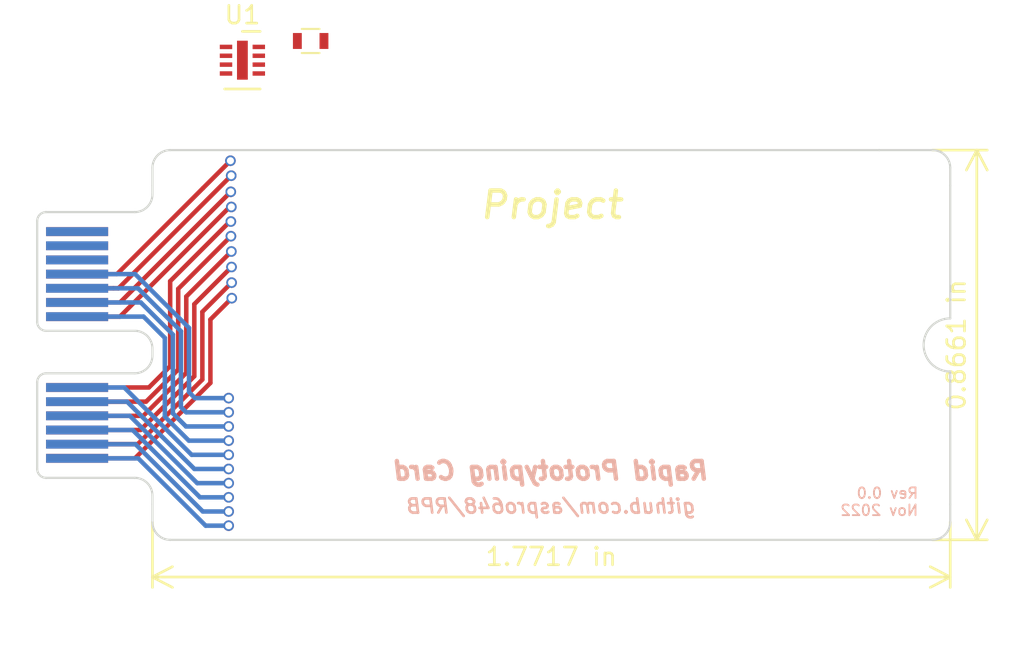
<source format=kicad_pcb>
(kicad_pcb (version 20171130) (host pcbnew "(5.1.10)-1")

  (general
    (thickness 1.6)
    (drawings 10)
    (tracks 100)
    (zones 0)
    (modules 3)
    (nets 27)
  )

  (page A)
  (title_block
    (title "Beetje 32U4 Blok")
    (date 2018-08-10)
    (rev 0.0)
    (company www.MakersBox.us)
    (comment 1 648.ken@gmail.com)
  )

  (layers
    (0 F.Cu signal)
    (31 B.Cu signal)
    (32 B.Adhes user)
    (33 F.Adhes user)
    (34 B.Paste user)
    (35 F.Paste user)
    (36 B.SilkS user)
    (37 F.SilkS user)
    (38 B.Mask user)
    (39 F.Mask user)
    (40 Dwgs.User user)
    (41 Cmts.User user)
    (42 Eco1.User user)
    (43 Eco2.User user)
    (44 Edge.Cuts user)
    (45 Margin user)
    (46 B.CrtYd user hide)
    (47 F.CrtYd user)
    (48 B.Fab user hide)
    (49 F.Fab user)
  )

  (setup
    (last_trace_width 0.254)
    (user_trace_width 0.3048)
    (user_trace_width 0.3556)
    (user_trace_width 0.4064)
    (user_trace_width 0.6096)
    (trace_clearance 0.2)
    (zone_clearance 0.35)
    (zone_45_only no)
    (trace_min 0.2)
    (via_size 0.6)
    (via_drill 0.4)
    (via_min_size 0.4)
    (via_min_drill 0.3)
    (uvia_size 0.3)
    (uvia_drill 0.1)
    (uvias_allowed no)
    (uvia_min_size 0.2)
    (uvia_min_drill 0.1)
    (edge_width 0.15)
    (segment_width 0.2)
    (pcb_text_width 0.3)
    (pcb_text_size 1.5 1.5)
    (mod_edge_width 0.15)
    (mod_text_size 1 1)
    (mod_text_width 0.15)
    (pad_size 0.5 3.500001)
    (pad_drill 0)
    (pad_to_mask_clearance 0)
    (aux_axis_origin 0 0)
    (visible_elements 7FFFFFFF)
    (pcbplotparams
      (layerselection 0x010f0_80000001)
      (usegerberextensions false)
      (usegerberattributes true)
      (usegerberadvancedattributes true)
      (creategerberjobfile true)
      (excludeedgelayer true)
      (linewidth 0.100000)
      (plotframeref false)
      (viasonmask false)
      (mode 1)
      (useauxorigin false)
      (hpglpennumber 1)
      (hpglpenspeed 20)
      (hpglpendiameter 15.000000)
      (psnegative false)
      (psa4output false)
      (plotreference true)
      (plotvalue true)
      (plotinvisibletext false)
      (padsonsilk false)
      (subtractmaskfromsilk false)
      (outputformat 1)
      (mirror false)
      (drillshape 0)
      (scaleselection 1)
      (outputdirectory "gerbers/"))
  )

  (net 0 "")
  (net 1 /10)
  (net 2 /01)
  (net 3 /02)
  (net 4 /04)
  (net 5 /05)
  (net 6 /06)
  (net 7 /07)
  (net 8 /08)
  (net 9 /09)
  (net 10 /11)
  (net 11 /12)
  (net 12 /13)
  (net 13 /14)
  (net 14 /15)
  (net 15 /16)
  (net 16 /17)
  (net 17 /18)
  (net 18 /19)
  (net 19 /20)
  (net 20 /03)
  (net 21 /D2_SDA)
  (net 22 GND)
  (net 23 /D3_SCL)
  (net 24 +5V)
  (net 25 /A)
  (net 26 "Net-(R1-Pad1)")

  (net_class Default "This is the default net class."
    (clearance 0.2)
    (trace_width 0.254)
    (via_dia 0.6)
    (via_drill 0.4)
    (uvia_dia 0.3)
    (uvia_drill 0.1)
    (add_net +5V)
    (add_net /01)
    (add_net /02)
    (add_net /03)
    (add_net /04)
    (add_net /05)
    (add_net /06)
    (add_net /07)
    (add_net /08)
    (add_net /09)
    (add_net /10)
    (add_net /11)
    (add_net /12)
    (add_net /13)
    (add_net /14)
    (add_net /15)
    (add_net /16)
    (add_net /17)
    (add_net /18)
    (add_net /19)
    (add_net /20)
    (add_net /A)
    (add_net /D2_SDA)
    (add_net /D3_SCL)
    (add_net GND)
    (add_net "Net-(R1-Pad1)")
  )

  (module footprints:MEC8-113-CARD_2 locked (layer F.Cu) (tedit 637EA67F) (tstamp 6381DF90)
    (at 0 -0.1 90)
    (path /63771AB0)
    (fp_text reference X0 (at 4.375 -1.25 90) (layer F.Fab)
      (effects (font (size 1 1) (thickness 0.15)))
    )
    (fp_text value "Card Edge" (at 10.9 -1 90) (layer F.Fab)
      (effects (font (size 1 1) (thickness 0.15)))
    )
    (fp_line (start 21 50.5) (end 21 47.5) (layer Edge.Cuts) (width 0.12))
    (fp_line (start 19 51.5) (end 20 51.5) (layer Edge.Cuts) (width 0.12))
    (fp_line (start 0 51.5) (end 1 51.5) (layer Edge.Cuts) (width 0.12))
    (fp_line (start -1 50.5) (end -1 47.5) (layer Edge.Cuts) (width 0.12))
    (fp_line (start 19 6.5) (end 20 6.5) (layer Edge.Cuts) (width 0.12))
    (fp_line (start 0 6.5) (end 1 6.5) (layer Edge.Cuts) (width 0.12))
    (fp_line (start 17 0) (end 11.3 0) (layer Edge.Cuts) (width 0.12))
    (fp_line (start 3 0) (end 7.9 0) (layer Edge.Cuts) (width 0.12))
    (fp_line (start 9.4 6.5) (end 9.8 6.5) (layer Edge.Cuts) (width 0.12))
    (fp_line (start 10.8 5.5) (end 10.8 0.5) (layer Edge.Cuts) (width 0.12))
    (fp_line (start 8.4 0.5) (end 8.4 5.5) (layer Edge.Cuts) (width 0.12))
    (fp_line (start 2.5 0.5) (end 2.5 5.5) (layer Edge.Cuts) (width 0.12))
    (fp_line (start 17.5 0.5) (end 17.5 5.5) (layer Edge.Cuts) (width 0.12))
    (fp_line (start 18.5 6.5) (end 19 6.5) (layer Edge.Cuts) (width 0.12))
    (fp_line (start 1 6.5) (end 1.5 6.5) (layer Edge.Cuts) (width 0.12))
    (fp_line (start 10 11.5) (end 10 48.5) (layer Dwgs.User) (width 0.12))
    (fp_line (start 8.5 51.5) (end 1 51.5) (layer Edge.Cuts) (width 0.12))
    (fp_line (start 11.5 51.5) (end 19 51.5) (layer Edge.Cuts) (width 0.12))
    (fp_line (start 21 7.5) (end 21 47.5) (layer Edge.Cuts) (width 0.12))
    (fp_line (start -1 47.5) (end -1 7.5) (layer Edge.Cuts) (width 0.12))
    (fp_arc (start 10 51.5) (end 11.5 51.5) (angle -180) (layer Edge.Cuts) (width 0.12))
    (fp_arc (start 20 50.5) (end 20 51.5) (angle -90) (layer Edge.Cuts) (width 0.12))
    (fp_arc (start 0 50.5) (end -1 50.5) (angle -90) (layer Edge.Cuts) (width 0.12))
    (fp_arc (start 0 7.5) (end 0 6.5) (angle -90) (layer Edge.Cuts) (width 0.12))
    (fp_arc (start 20 7.5) (end 21 7.5) (angle -90) (layer Edge.Cuts) (width 0.12))
    (fp_arc (start 18.5 5.5) (end 17.5 5.5) (angle -90) (layer Edge.Cuts) (width 0.12))
    (fp_arc (start 1.5 5.5) (end 1.5 6.5) (angle -90) (layer Edge.Cuts) (width 0.12))
    (fp_arc (start 9.4 5.5) (end 8.4 5.5) (angle -90) (layer Edge.Cuts) (width 0.12))
    (fp_arc (start 9.8 5.5) (end 9.8 6.5) (angle -90) (layer Edge.Cuts) (width 0.12))
    (fp_arc (start 7.9 0.5) (end 8.4 0.5) (angle -90) (layer Edge.Cuts) (width 0.12))
    (fp_arc (start 11.3 0.5) (end 11.3 0) (angle -90) (layer Edge.Cuts) (width 0.12))
    (fp_arc (start 17 0.5) (end 17.5 0.5) (angle -90) (layer Edge.Cuts) (width 0.12))
    (fp_arc (start 3 0.5) (end 3 0) (angle -90) (layer Edge.Cuts) (width 0.12))
    (fp_arc (start 10 51.5) (end 13.5 51.5) (angle -180) (layer Dwgs.User) (width 0.12))
    (pad 14 smd rect (at 3.6 2.25 90) (size 0.5 3.5) (layers F.Cu F.Paste F.Mask)
      (net 10 /11))
    (pad 1 smd rect (at 3.6 2.25 90) (size 0.5 3.5) (layers B.Cu B.Paste B.Mask)
      (net 2 /01))
    (pad 15 smd rect (at 4.4 2.25 90) (size 0.5 3.5) (layers F.Cu F.Paste F.Mask)
      (net 11 /12))
    (pad 2 smd rect (at 4.4 2.25 90) (size 0.5 3.5) (layers B.Cu B.Paste B.Mask)
      (net 3 /02))
    (pad 16 smd rect (at 5.2 2.25 90) (size 0.5 3.5) (layers F.Cu F.Paste F.Mask)
      (net 12 /13))
    (pad 3 smd rect (at 5.2 2.25 90) (size 0.5 3.5) (layers B.Cu B.Paste B.Mask)
      (net 20 /03))
    (pad 17 smd rect (at 6 2.25 90) (size 0.5 3.5) (layers F.Cu F.Paste F.Mask)
      (net 13 /14))
    (pad 4 smd rect (at 6 2.25 90) (size 0.5 3.5) (layers B.Cu B.Paste B.Mask)
      (net 4 /04))
    (pad 18 smd rect (at 6.8 2.25 90) (size 0.5 3.5) (layers F.Cu F.Paste F.Mask)
      (net 14 /15))
    (pad 5 smd rect (at 6.8 2.25 90) (size 0.5 3.5) (layers B.Cu B.Paste B.Mask)
      (net 5 /05))
    (pad 19 smd rect (at 7.6 2.25 90) (size 0.5 3.5) (layers F.Cu F.Paste F.Mask)
      (net 15 /16))
    (pad 6 smd rect (at 7.6 2.25 90) (size 0.5 3.5) (layers B.Cu B.Paste B.Mask)
      (net 6 /06))
    (pad 20 smd rect (at 11.6 2.25 90) (size 0.5 3.5) (layers F.Cu F.Paste F.Mask)
      (net 16 /17))
    (pad 7 smd rect (at 11.6 2.25 90) (size 0.5 3.5) (layers B.Cu B.Paste B.Mask)
      (net 7 /07))
    (pad 21 smd rect (at 12.4 2.25 90) (size 0.5 3.5) (layers F.Cu F.Paste F.Mask)
      (net 17 /18))
    (pad 8 smd rect (at 12.4 2.25 90) (size 0.5 3.5) (layers B.Cu B.Paste B.Mask)
      (net 8 /08))
    (pad 22 smd rect (at 13.2 2.25 90) (size 0.5 3.5) (layers F.Cu F.Paste F.Mask)
      (net 18 /19))
    (pad 9 smd rect (at 13.2 2.25 90) (size 0.5 3.5) (layers B.Cu B.Paste B.Mask)
      (net 9 /09))
    (pad 23 smd rect (at 14 2.25 90) (size 0.5 3.5) (layers F.Cu F.Paste F.Mask)
      (net 19 /20))
    (pad 10 smd rect (at 14 2.25 90) (size 0.5 3.5) (layers B.Cu B.Paste B.Mask)
      (net 1 /10))
    (pad 24 smd rect (at 14.8 2.25 90) (size 0.5 3.5) (layers F.Cu F.Paste F.Mask)
      (net 23 /D3_SCL))
    (pad 11 smd rect (at 14.8 2.25 90) (size 0.5 3.5) (layers B.Cu B.Paste B.Mask))
    (pad 25 smd rect (at 15.6 2.25 90) (size 0.5 3.5) (layers F.Cu F.Paste F.Mask)
      (net 21 /D2_SDA))
    (pad 12 smd rect (at 15.6 2.25 90) (size 0.5 3.5) (layers B.Cu B.Paste B.Mask)
      (net 25 /A))
    (pad 26 smd rect (at 16.4 2.25 90) (size 0.5 3.5) (layers F.Cu F.Paste F.Mask)
      (net 22 GND))
    (pad 13 smd rect (at 16.4 2.25 90) (size 0.5 3.5) (layers B.Cu B.Paste B.Mask)
      (net 24 +5V))
  )

  (module footprints:R_0603 (layer F.Cu) (tedit 636E7A48) (tstamp 63820D07)
    (at 15.425001 -27.259999)
    (descr "Resistor SMD 0603, reflow soldering, Vishay (see dcrcw.pdf)")
    (tags "resistor 0603")
    (path /63EABA42)
    (attr smd)
    (fp_text reference R1 (at 1.905 0 180) (layer Dwgs.User)
      (effects (font (size 1 1) (thickness 0.15)))
    )
    (fp_text value 10K (at -1.905 0 180) (layer F.Fab)
      (effects (font (size 1 1) (thickness 0.15)))
    )
    (fp_line (start 1.25 0.7) (end -1.25 0.7) (layer F.CrtYd) (width 0.05))
    (fp_line (start 1.25 0.7) (end 1.25 -0.7) (layer F.CrtYd) (width 0.05))
    (fp_line (start -1.25 -0.7) (end -1.25 0.7) (layer F.CrtYd) (width 0.05))
    (fp_line (start -1.25 -0.7) (end 1.25 -0.7) (layer F.CrtYd) (width 0.05))
    (fp_line (start -0.5 -0.68) (end 0.5 -0.68) (layer F.SilkS) (width 0.12))
    (fp_line (start 0.5 0.68) (end -0.5 0.68) (layer F.SilkS) (width 0.12))
    (fp_line (start -0.8 -0.4) (end 0.8 -0.4) (layer F.Fab) (width 0.1))
    (fp_line (start 0.8 -0.4) (end 0.8 0.4) (layer F.Fab) (width 0.1))
    (fp_line (start 0.8 0.4) (end -0.8 0.4) (layer F.Fab) (width 0.1))
    (fp_line (start -0.8 0.4) (end -0.8 -0.4) (layer F.Fab) (width 0.1))
    (fp_text user %R (at 0 0 180) (layer F.Fab)
      (effects (font (size 0.4 0.4) (thickness 0.075)))
    )
    (pad 1 smd rect (at -0.75 0) (size 0.5 0.9) (layers F.Cu F.Paste F.Mask)
      (net 26 "Net-(R1-Pad1)"))
    (pad 2 smd rect (at 0.75 0) (size 0.5 0.9) (layers F.Cu F.Paste F.Mask)
      (net 25 /A))
    (model ${KISYS3DMOD}/Resistors_SMD.3dshapes/R_0603.wrl
      (at (xyz 0 0 0))
      (scale (xyz 1 1 1))
      (rotate (xyz 0 0 0))
    )
  )

  (module Package_DFN_QFN:DFN-8-1EP_2x3mm_P0.5mm_EP0.61x2.2mm (layer F.Cu) (tedit 5EA4BD52) (tstamp 63820D23)
    (at 11.575001 -26.174999)
    (descr "DDB Package; 8-Lead Plastic DFN (3mm x 2mm) (see Linear Technology DFN_8_05-08-1702.pdf)")
    (tags "DFN 0.5")
    (path /63E7C52F)
    (attr smd)
    (fp_text reference U1 (at 0 -2.55) (layer F.SilkS)
      (effects (font (size 1 1) (thickness 0.15)))
    )
    (fp_text value 24LC32 (at 0 2.55) (layer F.Fab)
      (effects (font (size 1 1) (thickness 0.15)))
    )
    (fp_line (start -0.5 -1.5) (end 1 -1.5) (layer F.Fab) (width 0.15))
    (fp_line (start 1 -1.5) (end 1 1.5) (layer F.Fab) (width 0.15))
    (fp_line (start 1 1.5) (end -1 1.5) (layer F.Fab) (width 0.15))
    (fp_line (start -1 1.5) (end -1 -1) (layer F.Fab) (width 0.15))
    (fp_line (start -1 -1) (end -0.5 -1.5) (layer F.Fab) (width 0.15))
    (fp_line (start -1.55 -1.8) (end -1.55 1.8) (layer F.CrtYd) (width 0.05))
    (fp_line (start 1.55 -1.8) (end 1.55 1.8) (layer F.CrtYd) (width 0.05))
    (fp_line (start -1.55 -1.8) (end 1.55 -1.8) (layer F.CrtYd) (width 0.05))
    (fp_line (start -1.55 1.8) (end 1.55 1.8) (layer F.CrtYd) (width 0.05))
    (fp_line (start -1 1.625) (end 1 1.625) (layer F.SilkS) (width 0.15))
    (fp_line (start 0 -1.625) (end 1 -1.625) (layer F.SilkS) (width 0.15))
    (fp_text user %R (at 0 0 90) (layer F.Fab)
      (effects (font (size 0.5 0.5) (thickness 0.075)))
    )
    (pad 1 smd rect (at -0.925 -0.75) (size 0.7 0.25) (layers F.Cu F.Paste F.Mask)
      (net 26 "Net-(R1-Pad1)"))
    (pad 2 smd rect (at -0.925 -0.25) (size 0.7 0.25) (layers F.Cu F.Paste F.Mask)
      (net 22 GND))
    (pad 3 smd rect (at -0.925 0.25) (size 0.7 0.25) (layers F.Cu F.Paste F.Mask)
      (net 22 GND))
    (pad 4 smd rect (at -0.925 0.75) (size 0.7 0.25) (layers F.Cu F.Paste F.Mask)
      (net 22 GND))
    (pad 5 smd rect (at 0.925 0.75) (size 0.7 0.25) (layers F.Cu F.Paste F.Mask)
      (net 21 /D2_SDA))
    (pad 6 smd rect (at 0.925 0.25) (size 0.7 0.25) (layers F.Cu F.Paste F.Mask)
      (net 23 /D3_SCL))
    (pad 7 smd rect (at 0.925 -0.25) (size 0.7 0.25) (layers F.Cu F.Paste F.Mask))
    (pad 8 smd rect (at 0.925 -0.75) (size 0.7 0.25) (layers F.Cu F.Paste F.Mask)
      (net 24 +5V))
    (pad 9 smd rect (at 0 0) (size 0.61 2.2) (layers F.Cu F.Mask))
    (pad "" smd rect (at 0 -0.734) (size 0.5 0.59) (layers F.Paste))
    (pad "" smd rect (at 0 0) (size 0.5 0.59) (layers F.Paste))
    (pad "" smd rect (at 0 0.734) (size 0.5 0.59) (layers F.Paste))
    (model ${KISYS3DMOD}/Package_DFN_QFN.3dshapes/DFN-8-1EP_2x3mm_P0.5mm_EP0.61x2.2mm.wrl
      (at (xyz 0 0 0))
      (scale (xyz 1 1 1))
      (rotate (xyz 0 0 0))
    )
  )

  (gr_line (start 10.9 -20.8) (end 10.9 0.45) (layer Dwgs.User) (width 0.15))
  (gr_line (start 29 -20) (end 29 0) (layer Dwgs.User) (width 0.15))
  (dimension 22.500222 (width 0.15) (layer Dwgs.User)
    (gr_text "22.500 mm" (at 17.713112 8.249848 359.7453538) (layer Dwgs.User)
      (effects (font (size 1 1) (thickness 0.15)))
    )
    (feature1 (pts (xy 29 0) (xy 28.966283 7.586276)))
    (feature2 (pts (xy 6.5 -0.1) (xy 6.466283 7.486276)))
    (crossbar (pts (xy 6.46889 6.899861) (xy 28.96889 6.999861)))
    (arrow1a (pts (xy 28.96889 6.999861) (xy 27.839791 7.581269)))
    (arrow1b (pts (xy 28.96889 6.999861) (xy 27.845004 6.408439)))
    (arrow2a (pts (xy 6.46889 6.899861) (xy 7.592776 7.491283)))
    (arrow2b (pts (xy 6.46889 6.899861) (xy 7.597989 6.318453)))
  )
  (dimension 22 (width 0.15) (layer F.SilkS)
    (gr_text "22.000 mm" (at 54.3 -10.1 90) (layer F.SilkS)
      (effects (font (size 1 1) (thickness 0.15)))
    )
    (feature1 (pts (xy 50.5 -21.1) (xy 53.586421 -21.1)))
    (feature2 (pts (xy 50.5 0.9) (xy 53.586421 0.9)))
    (crossbar (pts (xy 53 0.9) (xy 53 -21.1)))
    (arrow1a (pts (xy 53 -21.1) (xy 53.586421 -19.973496)))
    (arrow1b (pts (xy 53 -21.1) (xy 52.413579 -19.973496)))
    (arrow2a (pts (xy 53 0.9) (xy 53.586421 -0.226504)))
    (arrow2b (pts (xy 53 0.9) (xy 52.413579 -0.226504)))
  )
  (dimension 45 (width 0.15) (layer F.SilkS)
    (gr_text "45.000 mm" (at 29 4.3) (layer F.SilkS)
      (effects (font (size 1 1) (thickness 0.15)))
    )
    (feature1 (pts (xy 51.5 -0.1) (xy 51.5 3.586421)))
    (feature2 (pts (xy 6.5 -0.1) (xy 6.5 3.586421)))
    (crossbar (pts (xy 6.5 3) (xy 51.5 3)))
    (arrow1a (pts (xy 51.5 3) (xy 50.373496 3.586421)))
    (arrow1b (pts (xy 51.5 3) (xy 50.373496 2.413579)))
    (arrow2a (pts (xy 6.5 3) (xy 7.626504 3.586421)))
    (arrow2b (pts (xy 6.5 3) (xy 7.626504 2.413579)))
  )
  (gr_text "Rev 0.0\nNov 2022" (at 49.75 -1.25) (layer B.SilkS)
    (effects (font (size 0.6 0.6) (thickness 0.1)) (justify left mirror))
  )
  (gr_text github.com/aspro648/RPB (at 29 -1) (layer B.SilkS)
    (effects (font (size 0.8 0.8) (thickness 0.15) italic) (justify mirror))
  )
  (gr_line (start 9.75 -19.5) (end 9.75 -0.5) (layer Dwgs.User) (width 0.1))
  (gr_text Project (at 29 -18) (layer F.SilkS)
    (effects (font (size 1.5 1.5) (thickness 0.25) italic))
  )
  (gr_text "Rapid Prototyping Card" (at 29 -3) (layer B.SilkS)
    (effects (font (size 1 1) (thickness 0.25) italic) (justify mirror))
  )

  (segment (start 2.25 -14.1) (end 5.5262 -14.099999) (width 0.254) (layer B.Cu) (net 1) (status 10))
  (segment (start 5.5262 -14.099999) (end 8.56203 -11.064171) (width 0.254) (layer B.Cu) (net 1))
  (segment (start 8.56203 -11.064171) (end 8.56203 -7.780037) (width 0.254) (layer B.Cu) (net 1))
  (segment (start 8.56203 -7.780037) (end 8.56203 -7.43797) (width 0.254) (layer B.Cu) (net 1))
  (via (at 10.8 -7.100024) (size 0.6) (drill 0.4) (layers F.Cu B.Cu) (net 1))
  (segment (start 8.899976 -7.100024) (end 10.8 -7.100024) (width 0.254) (layer B.Cu) (net 1))
  (segment (start 8.56203 -7.43797) (end 8.899976 -7.100024) (width 0.254) (layer B.Cu) (net 1))
  (via (at 10.8 0.1) (size 0.6) (drill 0.4) (layers F.Cu B.Cu) (net 2))
  (segment (start 9.5 0.1) (end 10.8 0.1) (width 0.254) (layer B.Cu) (net 2))
  (segment (start 5.7 -3.7) (end 9.5 0.1) (width 0.254) (layer B.Cu) (net 2))
  (segment (start 2.25 -3.7) (end 5.7 -3.7) (width 0.254) (layer B.Cu) (net 2) (status 10))
  (segment (start 2.25 -4.5) (end 5.542066 -4.5) (width 0.254) (layer B.Cu) (net 3) (status 10))
  (via (at 10.8 -0.7) (size 0.6) (drill 0.4) (layers F.Cu B.Cu) (net 3))
  (segment (start 9.342066 -0.7) (end 10.8 -0.7) (width 0.254) (layer B.Cu) (net 3))
  (segment (start 5.542066 -4.5) (end 9.342066 -0.7) (width 0.254) (layer B.Cu) (net 3))
  (segment (start 2.25 -6.1) (end 5.226198 -6.1) (width 0.254) (layer B.Cu) (net 4) (status 10))
  (via (at 10.8 -2.300006) (size 0.6) (drill 0.4) (layers F.Cu B.Cu) (net 4))
  (segment (start 9.026192 -2.300006) (end 10.8 -2.300006) (width 0.254) (layer B.Cu) (net 4))
  (segment (start 5.226198 -6.1) (end 9.026192 -2.300006) (width 0.254) (layer B.Cu) (net 4))
  (segment (start 5.068265 -6.9) (end 5.680208 -6.288056) (width 0.254) (layer B.Cu) (net 5))
  (segment (start 2.25 -6.9) (end 5.068265 -6.9) (width 0.254) (layer B.Cu) (net 5) (status 10))
  (via (at 10.8 -3.100009) (size 0.6) (drill 0.4) (layers F.Cu B.Cu) (net 5))
  (segment (start 8.868255 -3.100009) (end 10.8 -3.100009) (width 0.254) (layer B.Cu) (net 5))
  (segment (start 5.680208 -6.288056) (end 8.868255 -3.100009) (width 0.254) (layer B.Cu) (net 5))
  (via (at 10.8 -3.900012) (size 0.6) (drill 0.4) (layers F.Cu B.Cu) (net 6))
  (segment (start 8.710318 -3.900012) (end 10.8 -3.900012) (width 0.254) (layer B.Cu) (net 6))
  (segment (start 4.910329 -7.7) (end 8.710318 -3.900012) (width 0.254) (layer B.Cu) (net 6))
  (segment (start 2.25 -7.7) (end 4.910329 -7.7) (width 0.254) (layer B.Cu) (net 6) (status 10))
  (segment (start 2.25 -11.7) (end 6 -11.7) (width 0.254) (layer B.Cu) (net 7) (status 10))
  (segment (start 6 -11.7) (end 7.2 -10.5) (width 0.254) (layer B.Cu) (net 7))
  (segment (start 7.2 -10.5) (end 7.2 -6.1) (width 0.254) (layer B.Cu) (net 7))
  (segment (start 7.2 -6.1) (end 7.2 -6.052396) (width 0.254) (layer B.Cu) (net 7))
  (via (at 10.8 -4.700015) (size 0.6) (drill 0.4) (layers F.Cu B.Cu) (net 7))
  (segment (start 8.552381 -4.700015) (end 10.8 -4.700015) (width 0.254) (layer B.Cu) (net 7))
  (segment (start 7.2 -6.052396) (end 8.552381 -4.700015) (width 0.254) (layer B.Cu) (net 7))
  (segment (start 5.842066 -12.5) (end 7.65401 -10.688057) (width 0.254) (layer B.Cu) (net 8))
  (segment (start 7.65401 -10.688057) (end 7.65401 -6.84599) (width 0.254) (layer B.Cu) (net 8))
  (segment (start 2.25 -12.5) (end 5.842066 -12.5) (width 0.254) (layer B.Cu) (net 8) (status 10))
  (segment (start 7.65401 -6.84599) (end 7.65401 -6.240452) (width 0.254) (layer B.Cu) (net 8))
  (segment (start 8.394444 -5.500018) (end 10.8 -5.500018) (width 0.254) (layer B.Cu) (net 8))
  (via (at 10.8 -5.500018) (size 0.6) (drill 0.4) (layers F.Cu B.Cu) (net 8))
  (segment (start 7.65401 -6.240452) (end 8.394444 -5.500018) (width 0.254) (layer B.Cu) (net 8))
  (segment (start 5.684133 -13.3) (end 8.10802 -10.876114) (width 0.254) (layer B.Cu) (net 9))
  (segment (start 8.10802 -10.876114) (end 8.10802 -7.59198) (width 0.254) (layer B.Cu) (net 9))
  (segment (start 8.10802 -7.59198) (end 8.10802 -6.59198) (width 0.254) (layer B.Cu) (net 9))
  (via (at 10.8 -6.300021) (size 0.6) (drill 0.4) (layers F.Cu B.Cu) (net 9))
  (segment (start 8.399979 -6.300021) (end 10.8 -6.300021) (width 0.254) (layer B.Cu) (net 9))
  (segment (start 8.10802 -6.59198) (end 8.399979 -6.300021) (width 0.254) (layer B.Cu) (net 9))
  (segment (start 2.25 -13.3) (end 5.684134 -13.3) (width 0.254) (layer B.Cu) (net 9) (status 10))
  (segment (start 5.510334 -3.7) (end 9.77005 -7.959715) (width 0.254) (layer F.Cu) (net 10))
  (segment (start 2.25 -3.7) (end 5.510334 -3.7) (width 0.254) (layer F.Cu) (net 10) (status 10))
  (via (at 10.9744 -12.740838) (size 0.6) (drill 0.4) (layers F.Cu B.Cu) (net 10))
  (segment (start 9.77005 -11.536488) (end 10.9744 -12.740838) (width 0.254) (layer F.Cu) (net 10))
  (segment (start 9.77005 -7.959715) (end 9.77005 -11.536488) (width 0.254) (layer F.Cu) (net 10))
  (segment (start 2.25 -4.5) (end 5.668268 -4.5) (width 0.254) (layer F.Cu) (net 11) (status 10))
  (segment (start 5.668268 -4.5) (end 9.31604 -8.147772) (width 0.254) (layer F.Cu) (net 11))
  (via (at 10.965867 -13.619017) (size 0.6) (drill 0.4) (layers F.Cu B.Cu) (net 11))
  (segment (start 9.31604 -11.96919) (end 10.965867 -13.619017) (width 0.254) (layer F.Cu) (net 11))
  (segment (start 9.31604 -8.147772) (end 9.31604 -11.96919) (width 0.254) (layer F.Cu) (net 11))
  (segment (start 5.8262 -5.3) (end 8.86203 -8.335829) (width 0.254) (layer F.Cu) (net 12))
  (segment (start 2.25 -5.3) (end 5.8262 -5.3) (width 0.254) (layer F.Cu) (net 12) (status 10))
  (via (at 10.960718 -14.50058) (size 0.6) (drill 0.4) (layers F.Cu B.Cu) (net 12))
  (segment (start 8.86203 -12.401892) (end 10.960718 -14.50058) (width 0.254) (layer F.Cu) (net 12))
  (segment (start 8.86203 -8.335829) (end 8.86203 -12.401892) (width 0.254) (layer F.Cu) (net 12))
  (segment (start 10.960718 -14.50058) (end 10.9 -14.561298) (width 0.254) (layer B.Cu) (net 12))
  (segment (start 5.984133 -6.1) (end 8.40802 -8.523886) (width 0.254) (layer F.Cu) (net 13))
  (segment (start 2.25 -6.1) (end 5.984133 -6.1) (width 0.254) (layer F.Cu) (net 13) (status 10))
  (via (at 10.950988 -15.377563) (size 0.6) (drill 0.4) (layers F.Cu B.Cu) (net 13))
  (segment (start 8.40802 -12.834595) (end 10.950988 -15.377563) (width 0.254) (layer F.Cu) (net 13))
  (segment (start 8.40802 -8.523886) (end 8.40802 -12.834595) (width 0.254) (layer F.Cu) (net 13))
  (segment (start 2.25 -6.9) (end 6.142066 -6.9) (width 0.254) (layer F.Cu) (net 14) (status 10))
  (segment (start 6.142066 -6.9) (end 7.95401 -8.711943) (width 0.254) (layer F.Cu) (net 14))
  (via (at 10.927293 -16.240581) (size 0.6) (drill 0.4) (layers F.Cu B.Cu) (net 14))
  (segment (start 7.95401 -13.267298) (end 10.927293 -16.240581) (width 0.254) (layer F.Cu) (net 14))
  (segment (start 7.95401 -8.711943) (end 7.95401 -13.267298) (width 0.254) (layer F.Cu) (net 14))
  (segment (start 7.5 -8.9) (end 7.5 -13.7) (width 0.254) (layer F.Cu) (net 15))
  (via (at 10.92343 -17.068454) (size 0.6) (drill 0.4) (layers F.Cu B.Cu) (net 15))
  (segment (start 10.868454 -17.068454) (end 10.92343 -17.068454) (width 0.254) (layer F.Cu) (net 15))
  (segment (start 7.5 -13.7) (end 10.868454 -17.068454) (width 0.254) (layer F.Cu) (net 15))
  (segment (start 2.25 -7.7) (end 6.3 -7.7) (width 0.254) (layer F.Cu) (net 15) (status 10))
  (segment (start 6.3 -7.7) (end 7.5 -8.9) (width 0.254) (layer F.Cu) (net 15))
  (via (at 10.950862 -17.890725) (size 0.6) (drill 0.4) (layers F.Cu B.Cu) (net 16))
  (segment (start 2.25 -11.7) (end 4.668264 -11.7) (width 0.254) (layer F.Cu) (net 16) (status 10))
  (segment (start 10.858989 -17.890725) (end 10.950862 -17.890725) (width 0.254) (layer F.Cu) (net 16))
  (segment (start 4.668264 -11.7) (end 10.858989 -17.890725) (width 0.254) (layer F.Cu) (net 16))
  (via (at 10.919242 -18.745817) (size 0.6) (drill 0.4) (layers F.Cu B.Cu) (net 17))
  (segment (start 4.673425 -12.5) (end 10.919242 -18.745817) (width 0.254) (layer F.Cu) (net 17))
  (segment (start 2.25 -12.5) (end 4.673425 -12.5) (width 0.254) (layer F.Cu) (net 17) (status 10))
  (via (at 10.943355 -19.656642) (size 0.6) (drill 0.4) (layers F.Cu B.Cu) (net 18))
  (segment (start 4.586713 -13.3) (end 10.943355 -19.656642) (width 0.254) (layer F.Cu) (net 18))
  (segment (start 4.3 -13.3) (end 2.25 -13.3) (width 0.254) (layer F.Cu) (net 18) (status 20))
  (segment (start 4.586713 -13.3) (end 4.3 -13.3) (width 0.254) (layer F.Cu) (net 18))
  (segment (start 2.25 -14.1) (end 4.5 -14.1) (width 0.254) (layer F.Cu) (net 19) (status 10))
  (via (at 10.9 -20.5) (size 0.6) (drill 0.4) (layers F.Cu B.Cu) (net 19))
  (segment (start 9.354009 -18.954009) (end 10.9 -20.5) (width 0.254) (layer F.Cu) (net 19))
  (segment (start 4.5 -14.1) (end 9.354009 -18.954009) (width 0.254) (layer F.Cu) (net 19))
  (segment (start 2.25 -5.3) (end 5.384132 -5.3) (width 0.254) (layer B.Cu) (net 20) (status 10))
  (via (at 10.8 -1.500003) (size 0.6) (drill 0.4) (layers F.Cu B.Cu) (net 20))
  (segment (start 9.184129 -1.500003) (end 10.8 -1.500003) (width 0.254) (layer B.Cu) (net 20))
  (segment (start 5.384132 -5.3) (end 9.184129 -1.500003) (width 0.254) (layer B.Cu) (net 20))

)

</source>
